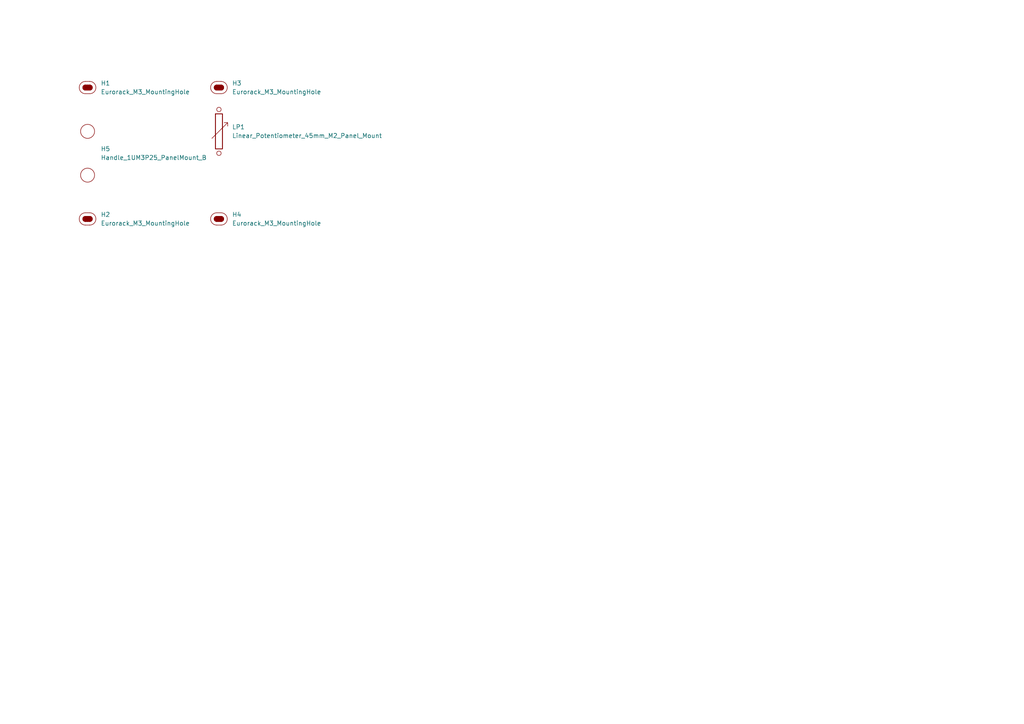
<source format=kicad_sch>
(kicad_sch (version 20250114) (generator "eeschema") (generator_version "9.0")
  (paper "A4")
  (lib_symbols
    (symbol "EXC:Eurorack_M3_MountingHole" (pin_names (offset 1.016))
      (property "Reference" "H" (at 0 5.08 0))
      (property "Value" "Eurorack_M3_MountingHole" (at 0 3.175 0))
      (symbol "Eurorack_M3_MountingHole_0_1"
        (polyline (pts (xy -0.635 0.762) (xy 0.635 0.762)))
        (circle (center -0.635 0) (radius 0.762) (fill (type outline)))
        (arc (start -0.635 -0.762) (mid -1.397 0) (end -0.635 0.762))
        (arc (start -0.635 -1.778) (mid -2.413 0) (end -0.635 1.778))
        (polyline (pts (xy -0.635 -0.762) (xy 0.635 -0.762)))
        (polyline (pts (xy -0.635 -1.778) (xy 0.635 -1.778)))
        (circle (center 0 0) (radius 0.762) (fill (type outline)))
        (polyline (pts (xy 0.635 1.778) (xy -0.635 1.778)))
        (arc (start 0.6141 1.778) (mid 2.4131 0) (end 0.6141 -1.778))
        (arc (start 0.6227 0.762) (mid 1.3971 0) (end 0.6227 -0.762))
        (circle (center 0.635 0) (radius 0.762) (fill (type outline)))
      )
    )
    (symbol "EXC:Handle_1UM3P25_B"
      (property "Reference" "H" (at 0 -6.35 0))
      (property "Value" "Handle_1UM3P25_PanelMount_B" (at 0.254 -17.018 0))
      (symbol "Handle_1UM3P25_B_0_1"
        (circle (center 0 0) (radius 2.032))
        (circle (center 0 -12.7) (radius 2.032))
      )
    )
    (symbol "EXC:Linear_Potentiometer_45mm_M2_Panel_Mount" (pin_numbers (hide yes)) (pin_names (offset 0))
      (property "Reference" "LP" (at 0 8.128 0))
      (property "Value" "Linear_Potentiometer_45mm_M2_Panel_Mount" (at 0.254 -8.636 0))
      (symbol "Linear_Potentiometer_45mm_M2_Panel_Mount_0_1"
        (rectangle (start -1.016 5.08) (end 1.016 -5.08) (stroke (width 0.254)))
        (circle (center 0 6.35) (radius 0.635))
        (circle (center 0 -6.35) (radius 0.635))
        (polyline (pts (xy 2.54 1.524) (xy 2.54 2.54) (xy 1.524 2.54) (xy 2.54 2.54) (xy -2.032 -2.032)))
      )
    )
  )
  (symbol (lib_id "EXC:Eurorack_M3_MountingHole") (at 63.5 25.4 0) (unit 1)
    (property "Reference" "H3" (at 67.31 24.1299 0) (effects (justify left)))
    (property "Value" "Eurorack_M3_MountingHole" (at 67.31 26.6699 0) (effects (justify left)))
    (property "Footprint" "EXC:MountingHole_3.2mm_M3" (effects (hide yes)))
    (property "Description" "Mounting Hole without connection" (effects (hide yes)))
  )
  (symbol (lib_id "EXC:Eurorack_M3_MountingHole") (at 25.4 63.5 0) (unit 1)
    (property "Reference" "H2" (at 29.21 62.2299 0) (effects (justify left)))
    (property "Value" "Eurorack_M3_MountingHole" (at 29.21 64.7699 0) (effects (justify left)))
    (property "Footprint" "EXC:MountingHole_3.2mm_M3" (effects (hide yes)))
    (property "Description" "Mounting Hole without connection" (effects (hide yes)))
  )
  (symbol (lib_id "EXC:Handle_1UM3P25_B") (at 25.4 38.1 0) (unit 1)
    (property "Reference" "H5" (at 29.21 43.1799 0) (effects (justify left)))
    (property "Value" "Handle_1UM3P25_PanelMount_B" (at 29.21 45.7199 0) (effects (justify left)))
    (property "Footprint" "EXC:Handle_1UM3P25_B" (effects (hide yes)))
    (property "Datasheet" "https://ae01.alicdn.com/kf/Sb61e59cbd92d4751a636402ee4d65e3c9.jpg" (effects (hide yes)))
    (property "Description" "The part of the handle that has the holes for the screws' heads" (effects (hide yes)))
    (property "Source" "https://www.aliexpress.com/item/1005005070119421.html" (effects (hide yes)))
  )
  (symbol (lib_id "EXC:Eurorack_M3_MountingHole") (at 63.5 63.5 0) (unit 1)
    (property "Reference" "H4" (at 67.31 62.2299 0) (effects (justify left)))
    (property "Value" "Eurorack_M3_MountingHole" (at 67.31 64.7699 0) (effects (justify left)))
    (property "Footprint" "EXC:MountingHole_3.2mm_M3" (effects (hide yes)))
    (property "Description" "Mounting Hole without connection" (effects (hide yes)))
  )
  (symbol (lib_id "EXC:Linear_Potentiometer_45mm_M2_Panel_Mount") (at 63.5 38.1 0) (unit 1)
    (property "Reference" "LP1" (at 67.31 36.8299 0) (effects (justify left)))
    (property "Value" "Linear_Potentiometer_45mm_M2_Panel_Mount" (at 67.31 39.3699 0) (effects (justify left)))
    (property "Footprint" "EXC:Linear_Potentiometer_45mm_M2_Panel_Mount" (effects (hide yes)))
    (property "Datasheet" "https://cdn-shop.adafruit.com/product-files/4272/P4272+C13403-001+Data+Sheet+.pdf" (effects (hide yes)))
    (property "Description" "Slide Potentiometer with Knob - 45mm Long - 10KΩ. Panel-mounted with 2x M2 screws, 41mm apart." (effects (hide yes)))
    (property "Source" "https://www.adafruit.com/product/4272" (effects (hide yes)))
  )
  (symbol (lib_id "EXC:Eurorack_M3_MountingHole") (at 25.4 25.4 0) (unit 1)
    (property "Reference" "H1" (at 29.21 24.1299 0) (effects (justify left)))
    (property "Value" "Eurorack_M3_MountingHole" (at 29.21 26.6699 0) (effects (justify left)))
    (property "Footprint" "EXC:MountingHole_3.2mm_M3" (effects (hide yes)))
    (property "Description" "Mounting Hole without connection" (effects (hide yes)))
  )
)
</source>
